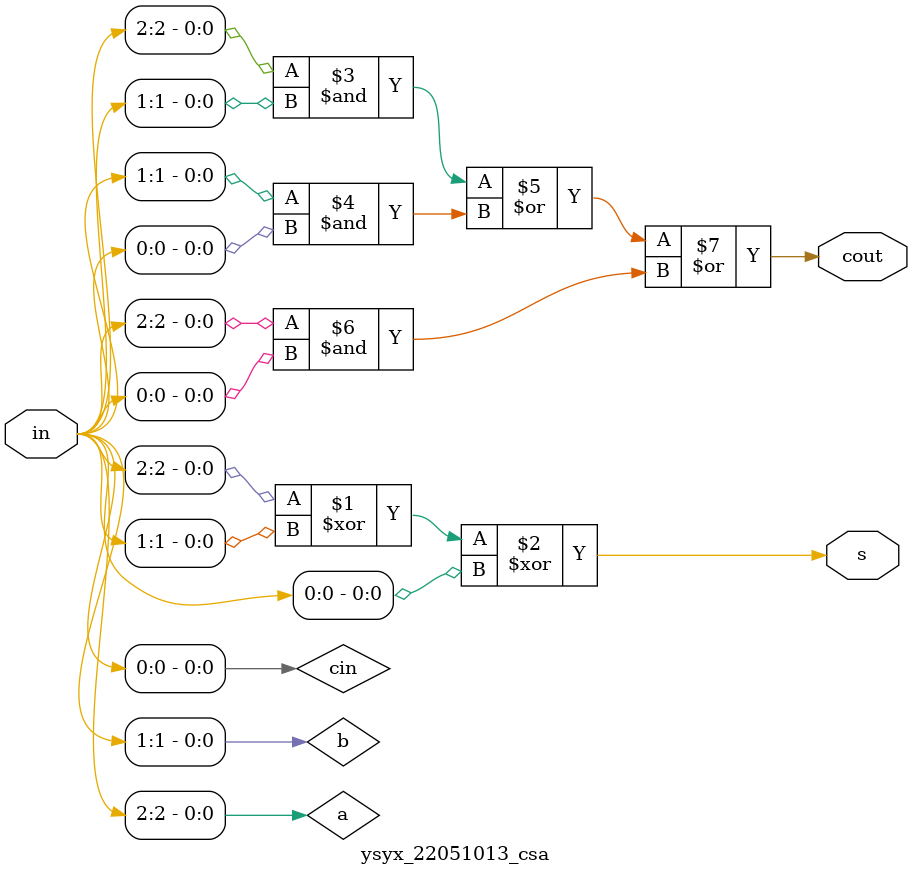
<source format=v>
module ysyx_22051013_csa(
	input wire  [2:0] in,
	output wire 	cout,
	output wire	s

);
	wire a,b,cin;
	assign a=in[2];
	assign b=in[1];
	assign cin=in[0];
	assign s = a ^ b ^ cin;
	assign cout = a & b | b & cin | a & cin;
endmodule

</source>
